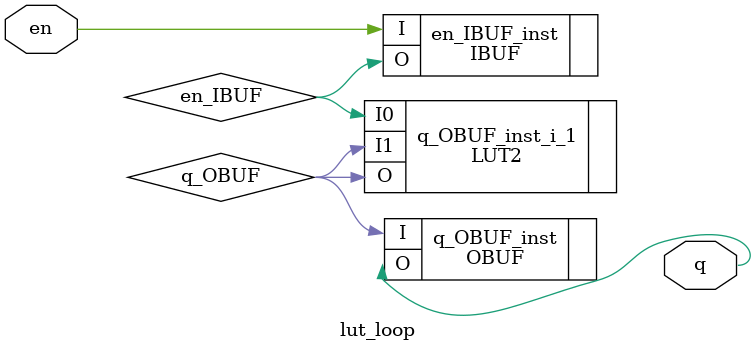
<source format=v>
`timescale 1 ps / 1 ps

(* ECO_CHECKSUM = "c90cfdf4" *) 
(* STRUCTURAL_NETLIST = "yes" *)
module lut_loop
   (en,
    q);
  input en;
  output q;

  wire en;
  wire en_IBUF;
  wire q;
  wire q_OBUF;

  IBUF en_IBUF_inst
       (.I(en),
        .O(en_IBUF));
  OBUF q_OBUF_inst
       (.I(q_OBUF),
        .O(q));
  LUT2 #(
    .INIT(4'h7)) 
    q_OBUF_inst_i_1
       (.I0(en_IBUF),
        .I1(q_OBUF),
        .O(q_OBUF));
endmodule

</source>
